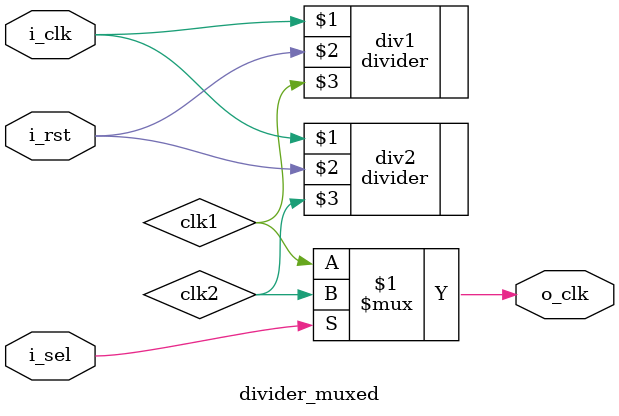
<source format=v>
module divider_muxed
#(parameter FREQ1 = 50_000_000,
  parameter FREQ2 = 25_000_000
)
(
    i_clk,
    i_rst,
    i_sel,
    o_clk
);

    input wire i_clk, i_rst, i_sel;
    output wire o_clk;

    wire clk1, clk2;

    assign o_clk = i_sel ? clk2 : clk1;

    divider #(.FREQ(FREQ1)) div1(i_clk, i_rst, clk1);
    divider #(.FREQ(FREQ2)) div2(i_clk, i_rst, clk2);

endmodule
</source>
